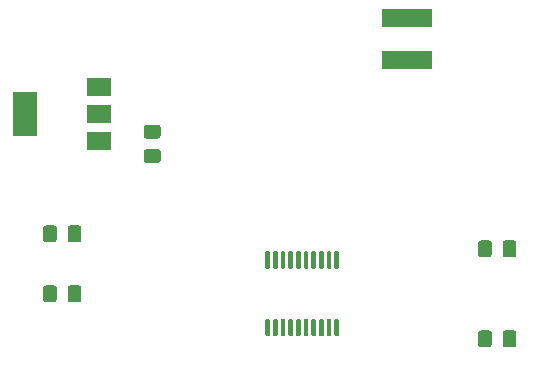
<source format=gbr>
%TF.GenerationSoftware,KiCad,Pcbnew,5.1.8-5.1.8*%
%TF.CreationDate,2021-02-27T17:22:06+08:00*%
%TF.ProjectId,Resolver,5265736f-6c76-4657-922e-6b696361645f,rev?*%
%TF.SameCoordinates,Original*%
%TF.FileFunction,Paste,Top*%
%TF.FilePolarity,Positive*%
%FSLAX46Y46*%
G04 Gerber Fmt 4.6, Leading zero omitted, Abs format (unit mm)*
G04 Created by KiCad (PCBNEW 5.1.8-5.1.8) date 2021-02-27 17:22:06*
%MOMM*%
%LPD*%
G01*
G04 APERTURE LIST*
%ADD10R,2.000000X1.500000*%
%ADD11R,2.000000X3.800000*%
%ADD12R,4.200000X1.500000*%
G04 APERTURE END LIST*
%TO.C,U4*%
G36*
G01*
X240315000Y-480915000D02*
X240515000Y-480915000D01*
G75*
G02*
X240615000Y-481015000I0J-100000D01*
G01*
X240615000Y-482290000D01*
G75*
G02*
X240515000Y-482390000I-100000J0D01*
G01*
X240315000Y-482390000D01*
G75*
G02*
X240215000Y-482290000I0J100000D01*
G01*
X240215000Y-481015000D01*
G75*
G02*
X240315000Y-480915000I100000J0D01*
G01*
G37*
G36*
G01*
X239665000Y-480915000D02*
X239865000Y-480915000D01*
G75*
G02*
X239965000Y-481015000I0J-100000D01*
G01*
X239965000Y-482290000D01*
G75*
G02*
X239865000Y-482390000I-100000J0D01*
G01*
X239665000Y-482390000D01*
G75*
G02*
X239565000Y-482290000I0J100000D01*
G01*
X239565000Y-481015000D01*
G75*
G02*
X239665000Y-480915000I100000J0D01*
G01*
G37*
G36*
G01*
X239015000Y-480915000D02*
X239215000Y-480915000D01*
G75*
G02*
X239315000Y-481015000I0J-100000D01*
G01*
X239315000Y-482290000D01*
G75*
G02*
X239215000Y-482390000I-100000J0D01*
G01*
X239015000Y-482390000D01*
G75*
G02*
X238915000Y-482290000I0J100000D01*
G01*
X238915000Y-481015000D01*
G75*
G02*
X239015000Y-480915000I100000J0D01*
G01*
G37*
G36*
G01*
X238365000Y-480915000D02*
X238565000Y-480915000D01*
G75*
G02*
X238665000Y-481015000I0J-100000D01*
G01*
X238665000Y-482290000D01*
G75*
G02*
X238565000Y-482390000I-100000J0D01*
G01*
X238365000Y-482390000D01*
G75*
G02*
X238265000Y-482290000I0J100000D01*
G01*
X238265000Y-481015000D01*
G75*
G02*
X238365000Y-480915000I100000J0D01*
G01*
G37*
G36*
G01*
X237715000Y-480915000D02*
X237915000Y-480915000D01*
G75*
G02*
X238015000Y-481015000I0J-100000D01*
G01*
X238015000Y-482290000D01*
G75*
G02*
X237915000Y-482390000I-100000J0D01*
G01*
X237715000Y-482390000D01*
G75*
G02*
X237615000Y-482290000I0J100000D01*
G01*
X237615000Y-481015000D01*
G75*
G02*
X237715000Y-480915000I100000J0D01*
G01*
G37*
G36*
G01*
X237065000Y-480915000D02*
X237265000Y-480915000D01*
G75*
G02*
X237365000Y-481015000I0J-100000D01*
G01*
X237365000Y-482290000D01*
G75*
G02*
X237265000Y-482390000I-100000J0D01*
G01*
X237065000Y-482390000D01*
G75*
G02*
X236965000Y-482290000I0J100000D01*
G01*
X236965000Y-481015000D01*
G75*
G02*
X237065000Y-480915000I100000J0D01*
G01*
G37*
G36*
G01*
X236415000Y-480915000D02*
X236615000Y-480915000D01*
G75*
G02*
X236715000Y-481015000I0J-100000D01*
G01*
X236715000Y-482290000D01*
G75*
G02*
X236615000Y-482390000I-100000J0D01*
G01*
X236415000Y-482390000D01*
G75*
G02*
X236315000Y-482290000I0J100000D01*
G01*
X236315000Y-481015000D01*
G75*
G02*
X236415000Y-480915000I100000J0D01*
G01*
G37*
G36*
G01*
X235765000Y-480915000D02*
X235965000Y-480915000D01*
G75*
G02*
X236065000Y-481015000I0J-100000D01*
G01*
X236065000Y-482290000D01*
G75*
G02*
X235965000Y-482390000I-100000J0D01*
G01*
X235765000Y-482390000D01*
G75*
G02*
X235665000Y-482290000I0J100000D01*
G01*
X235665000Y-481015000D01*
G75*
G02*
X235765000Y-480915000I100000J0D01*
G01*
G37*
G36*
G01*
X235115000Y-480915000D02*
X235315000Y-480915000D01*
G75*
G02*
X235415000Y-481015000I0J-100000D01*
G01*
X235415000Y-482290000D01*
G75*
G02*
X235315000Y-482390000I-100000J0D01*
G01*
X235115000Y-482390000D01*
G75*
G02*
X235015000Y-482290000I0J100000D01*
G01*
X235015000Y-481015000D01*
G75*
G02*
X235115000Y-480915000I100000J0D01*
G01*
G37*
G36*
G01*
X234465000Y-480915000D02*
X234665000Y-480915000D01*
G75*
G02*
X234765000Y-481015000I0J-100000D01*
G01*
X234765000Y-482290000D01*
G75*
G02*
X234665000Y-482390000I-100000J0D01*
G01*
X234465000Y-482390000D01*
G75*
G02*
X234365000Y-482290000I0J100000D01*
G01*
X234365000Y-481015000D01*
G75*
G02*
X234465000Y-480915000I100000J0D01*
G01*
G37*
G36*
G01*
X234465000Y-475190000D02*
X234665000Y-475190000D01*
G75*
G02*
X234765000Y-475290000I0J-100000D01*
G01*
X234765000Y-476565000D01*
G75*
G02*
X234665000Y-476665000I-100000J0D01*
G01*
X234465000Y-476665000D01*
G75*
G02*
X234365000Y-476565000I0J100000D01*
G01*
X234365000Y-475290000D01*
G75*
G02*
X234465000Y-475190000I100000J0D01*
G01*
G37*
G36*
G01*
X235115000Y-475190000D02*
X235315000Y-475190000D01*
G75*
G02*
X235415000Y-475290000I0J-100000D01*
G01*
X235415000Y-476565000D01*
G75*
G02*
X235315000Y-476665000I-100000J0D01*
G01*
X235115000Y-476665000D01*
G75*
G02*
X235015000Y-476565000I0J100000D01*
G01*
X235015000Y-475290000D01*
G75*
G02*
X235115000Y-475190000I100000J0D01*
G01*
G37*
G36*
G01*
X235765000Y-475190000D02*
X235965000Y-475190000D01*
G75*
G02*
X236065000Y-475290000I0J-100000D01*
G01*
X236065000Y-476565000D01*
G75*
G02*
X235965000Y-476665000I-100000J0D01*
G01*
X235765000Y-476665000D01*
G75*
G02*
X235665000Y-476565000I0J100000D01*
G01*
X235665000Y-475290000D01*
G75*
G02*
X235765000Y-475190000I100000J0D01*
G01*
G37*
G36*
G01*
X236415000Y-475190000D02*
X236615000Y-475190000D01*
G75*
G02*
X236715000Y-475290000I0J-100000D01*
G01*
X236715000Y-476565000D01*
G75*
G02*
X236615000Y-476665000I-100000J0D01*
G01*
X236415000Y-476665000D01*
G75*
G02*
X236315000Y-476565000I0J100000D01*
G01*
X236315000Y-475290000D01*
G75*
G02*
X236415000Y-475190000I100000J0D01*
G01*
G37*
G36*
G01*
X237065000Y-475190000D02*
X237265000Y-475190000D01*
G75*
G02*
X237365000Y-475290000I0J-100000D01*
G01*
X237365000Y-476565000D01*
G75*
G02*
X237265000Y-476665000I-100000J0D01*
G01*
X237065000Y-476665000D01*
G75*
G02*
X236965000Y-476565000I0J100000D01*
G01*
X236965000Y-475290000D01*
G75*
G02*
X237065000Y-475190000I100000J0D01*
G01*
G37*
G36*
G01*
X237715000Y-475190000D02*
X237915000Y-475190000D01*
G75*
G02*
X238015000Y-475290000I0J-100000D01*
G01*
X238015000Y-476565000D01*
G75*
G02*
X237915000Y-476665000I-100000J0D01*
G01*
X237715000Y-476665000D01*
G75*
G02*
X237615000Y-476565000I0J100000D01*
G01*
X237615000Y-475290000D01*
G75*
G02*
X237715000Y-475190000I100000J0D01*
G01*
G37*
G36*
G01*
X238365000Y-475190000D02*
X238565000Y-475190000D01*
G75*
G02*
X238665000Y-475290000I0J-100000D01*
G01*
X238665000Y-476565000D01*
G75*
G02*
X238565000Y-476665000I-100000J0D01*
G01*
X238365000Y-476665000D01*
G75*
G02*
X238265000Y-476565000I0J100000D01*
G01*
X238265000Y-475290000D01*
G75*
G02*
X238365000Y-475190000I100000J0D01*
G01*
G37*
G36*
G01*
X239015000Y-475190000D02*
X239215000Y-475190000D01*
G75*
G02*
X239315000Y-475290000I0J-100000D01*
G01*
X239315000Y-476565000D01*
G75*
G02*
X239215000Y-476665000I-100000J0D01*
G01*
X239015000Y-476665000D01*
G75*
G02*
X238915000Y-476565000I0J100000D01*
G01*
X238915000Y-475290000D01*
G75*
G02*
X239015000Y-475190000I100000J0D01*
G01*
G37*
G36*
G01*
X239665000Y-475190000D02*
X239865000Y-475190000D01*
G75*
G02*
X239965000Y-475290000I0J-100000D01*
G01*
X239965000Y-476565000D01*
G75*
G02*
X239865000Y-476665000I-100000J0D01*
G01*
X239665000Y-476665000D01*
G75*
G02*
X239565000Y-476565000I0J100000D01*
G01*
X239565000Y-475290000D01*
G75*
G02*
X239665000Y-475190000I100000J0D01*
G01*
G37*
G36*
G01*
X240315000Y-475190000D02*
X240515000Y-475190000D01*
G75*
G02*
X240615000Y-475290000I0J-100000D01*
G01*
X240615000Y-476565000D01*
G75*
G02*
X240515000Y-476665000I-100000J0D01*
G01*
X240315000Y-476665000D01*
G75*
G02*
X240215000Y-476565000I0J100000D01*
G01*
X240215000Y-475290000D01*
G75*
G02*
X240315000Y-475190000I100000J0D01*
G01*
G37*
%TD*%
D10*
%TO.C,U3*%
X220320000Y-465850000D03*
X220320000Y-461250000D03*
X220320000Y-463550000D03*
D11*
X214020000Y-463550000D03*
%TD*%
D12*
%TO.C,L9*%
X246380000Y-455400000D03*
X246380000Y-459000000D03*
%TD*%
%TO.C,C20*%
G36*
G01*
X217620000Y-479265000D02*
X217620000Y-478315000D01*
G75*
G02*
X217870000Y-478065000I250000J0D01*
G01*
X218545000Y-478065000D01*
G75*
G02*
X218795000Y-478315000I0J-250000D01*
G01*
X218795000Y-479265000D01*
G75*
G02*
X218545000Y-479515000I-250000J0D01*
G01*
X217870000Y-479515000D01*
G75*
G02*
X217620000Y-479265000I0J250000D01*
G01*
G37*
G36*
G01*
X215545000Y-479265000D02*
X215545000Y-478315000D01*
G75*
G02*
X215795000Y-478065000I250000J0D01*
G01*
X216470000Y-478065000D01*
G75*
G02*
X216720000Y-478315000I0J-250000D01*
G01*
X216720000Y-479265000D01*
G75*
G02*
X216470000Y-479515000I-250000J0D01*
G01*
X215795000Y-479515000D01*
G75*
G02*
X215545000Y-479265000I0J250000D01*
G01*
G37*
%TD*%
%TO.C,C13*%
G36*
G01*
X217620000Y-474185000D02*
X217620000Y-473235000D01*
G75*
G02*
X217870000Y-472985000I250000J0D01*
G01*
X218545000Y-472985000D01*
G75*
G02*
X218795000Y-473235000I0J-250000D01*
G01*
X218795000Y-474185000D01*
G75*
G02*
X218545000Y-474435000I-250000J0D01*
G01*
X217870000Y-474435000D01*
G75*
G02*
X217620000Y-474185000I0J250000D01*
G01*
G37*
G36*
G01*
X215545000Y-474185000D02*
X215545000Y-473235000D01*
G75*
G02*
X215795000Y-472985000I250000J0D01*
G01*
X216470000Y-472985000D01*
G75*
G02*
X216720000Y-473235000I0J-250000D01*
G01*
X216720000Y-474185000D01*
G75*
G02*
X216470000Y-474435000I-250000J0D01*
G01*
X215795000Y-474435000D01*
G75*
G02*
X215545000Y-474185000I0J250000D01*
G01*
G37*
%TD*%
%TO.C,C9*%
G36*
G01*
X224315000Y-466540000D02*
X225265000Y-466540000D01*
G75*
G02*
X225515000Y-466790000I0J-250000D01*
G01*
X225515000Y-467465000D01*
G75*
G02*
X225265000Y-467715000I-250000J0D01*
G01*
X224315000Y-467715000D01*
G75*
G02*
X224065000Y-467465000I0J250000D01*
G01*
X224065000Y-466790000D01*
G75*
G02*
X224315000Y-466540000I250000J0D01*
G01*
G37*
G36*
G01*
X224315000Y-464465000D02*
X225265000Y-464465000D01*
G75*
G02*
X225515000Y-464715000I0J-250000D01*
G01*
X225515000Y-465390000D01*
G75*
G02*
X225265000Y-465640000I-250000J0D01*
G01*
X224315000Y-465640000D01*
G75*
G02*
X224065000Y-465390000I0J250000D01*
G01*
X224065000Y-464715000D01*
G75*
G02*
X224315000Y-464465000I250000J0D01*
G01*
G37*
%TD*%
%TO.C,C6*%
G36*
G01*
X254450000Y-483075000D02*
X254450000Y-482125000D01*
G75*
G02*
X254700000Y-481875000I250000J0D01*
G01*
X255375000Y-481875000D01*
G75*
G02*
X255625000Y-482125000I0J-250000D01*
G01*
X255625000Y-483075000D01*
G75*
G02*
X255375000Y-483325000I-250000J0D01*
G01*
X254700000Y-483325000D01*
G75*
G02*
X254450000Y-483075000I0J250000D01*
G01*
G37*
G36*
G01*
X252375000Y-483075000D02*
X252375000Y-482125000D01*
G75*
G02*
X252625000Y-481875000I250000J0D01*
G01*
X253300000Y-481875000D01*
G75*
G02*
X253550000Y-482125000I0J-250000D01*
G01*
X253550000Y-483075000D01*
G75*
G02*
X253300000Y-483325000I-250000J0D01*
G01*
X252625000Y-483325000D01*
G75*
G02*
X252375000Y-483075000I0J250000D01*
G01*
G37*
%TD*%
%TO.C,C5*%
G36*
G01*
X254450000Y-475455000D02*
X254450000Y-474505000D01*
G75*
G02*
X254700000Y-474255000I250000J0D01*
G01*
X255375000Y-474255000D01*
G75*
G02*
X255625000Y-474505000I0J-250000D01*
G01*
X255625000Y-475455000D01*
G75*
G02*
X255375000Y-475705000I-250000J0D01*
G01*
X254700000Y-475705000D01*
G75*
G02*
X254450000Y-475455000I0J250000D01*
G01*
G37*
G36*
G01*
X252375000Y-475455000D02*
X252375000Y-474505000D01*
G75*
G02*
X252625000Y-474255000I250000J0D01*
G01*
X253300000Y-474255000D01*
G75*
G02*
X253550000Y-474505000I0J-250000D01*
G01*
X253550000Y-475455000D01*
G75*
G02*
X253300000Y-475705000I-250000J0D01*
G01*
X252625000Y-475705000D01*
G75*
G02*
X252375000Y-475455000I0J250000D01*
G01*
G37*
%TD*%
M02*

</source>
